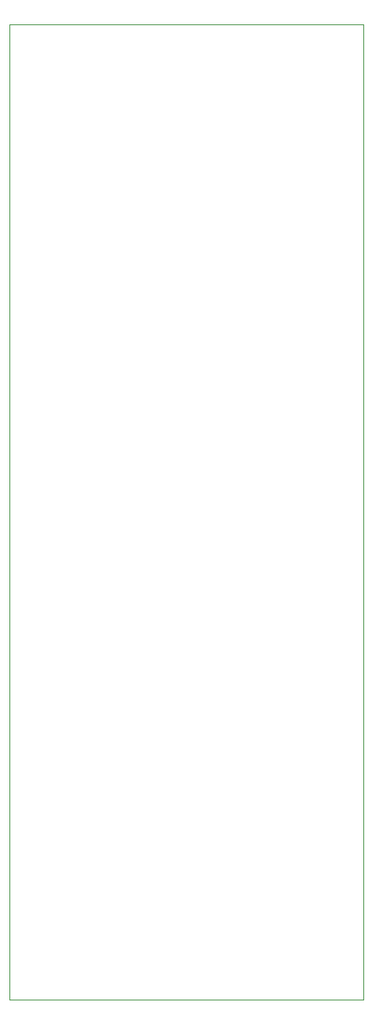
<source format=gbr>
%TF.GenerationSoftware,KiCad,Pcbnew,(5.1.6)-1*%
%TF.CreationDate,2021-03-18T12:54:03+09:00*%
%TF.ProjectId,MultiClockDiv,4d756c74-6943-46c6-9f63-6b4469762e6b,rev?*%
%TF.SameCoordinates,Original*%
%TF.FileFunction,Profile,NP*%
%FSLAX46Y46*%
G04 Gerber Fmt 4.6, Leading zero omitted, Abs format (unit mm)*
G04 Created by KiCad (PCBNEW (5.1.6)-1) date 2021-03-18 12:54:04*
%MOMM*%
%LPD*%
G01*
G04 APERTURE LIST*
%TA.AperFunction,Profile*%
%ADD10C,0.050000*%
%TD*%
G04 APERTURE END LIST*
D10*
X161798000Y-152717500D02*
X161798000Y-47752000D01*
X199898000Y-152717500D02*
X161798000Y-152717500D01*
X199898000Y-47752000D02*
X199898000Y-152717500D01*
X161798000Y-47752000D02*
X199898000Y-47752000D01*
M02*

</source>
